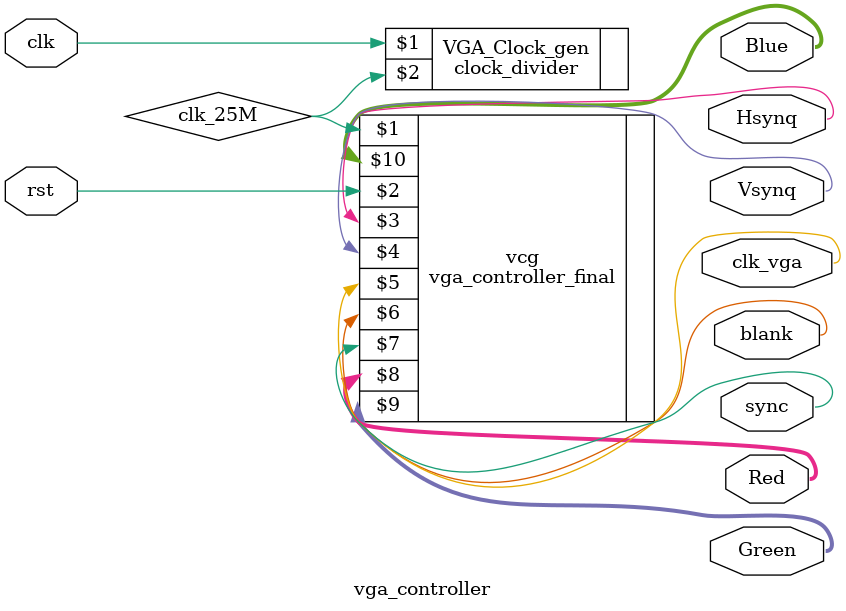
<source format=sv>
module vga_controller(
	
	input logic clk,rst,
	output logic Hsynq,
	output logic Vsynq,blank, sync,
	output logic [7:0] Red,
	output logic [7:0] Green,
	output logic [7:0] Blue, 
	output logic clk_vga
	);
	
logic clk_25M;	
clock_divider VGA_Clock_gen (clk, clk_25M);

vga_controller_final vcg (clk_25M, rst, Hsynq, Vsynq, clk_vga, blank, sync, Red, Green, Blue); 

endmodule

</source>
